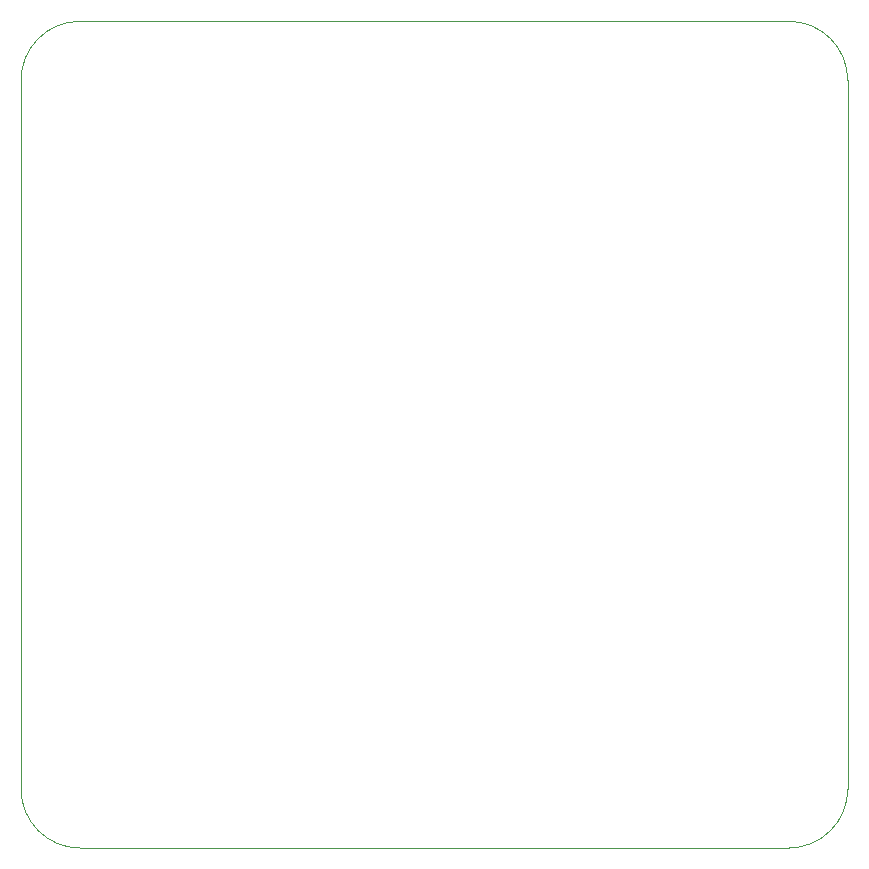
<source format=gbr>
%TF.GenerationSoftware,KiCad,Pcbnew,(6.0.9)*%
%TF.CreationDate,2022-11-26T13:31:22+01:00*%
%TF.ProjectId,MCU_PCB,4d43555f-5043-4422-9e6b-696361645f70,rev?*%
%TF.SameCoordinates,Original*%
%TF.FileFunction,Profile,NP*%
%FSLAX46Y46*%
G04 Gerber Fmt 4.6, Leading zero omitted, Abs format (unit mm)*
G04 Created by KiCad (PCBNEW (6.0.9)) date 2022-11-26 13:31:22*
%MOMM*%
%LPD*%
G01*
G04 APERTURE LIST*
%TA.AperFunction,Profile*%
%ADD10C,0.050000*%
%TD*%
G04 APERTURE END LIST*
D10*
X92600000Y-128600000D02*
G75*
G03*
X97600000Y-133600000I5000000J0D01*
G01*
X157600000Y-133600000D02*
X97600000Y-133600000D01*
X92600000Y-128600000D02*
X92600000Y-68600000D01*
X97600000Y-63600000D02*
X157600000Y-63600000D01*
X157600000Y-133600000D02*
G75*
G03*
X162600000Y-128600000I0J5000000D01*
G01*
X162600000Y-68600000D02*
G75*
G03*
X157600000Y-63600000I-5000000J0D01*
G01*
X97600000Y-63600000D02*
G75*
G03*
X92600000Y-68600000I0J-5000000D01*
G01*
X162600000Y-68600000D02*
X162600000Y-128600000D01*
M02*

</source>
